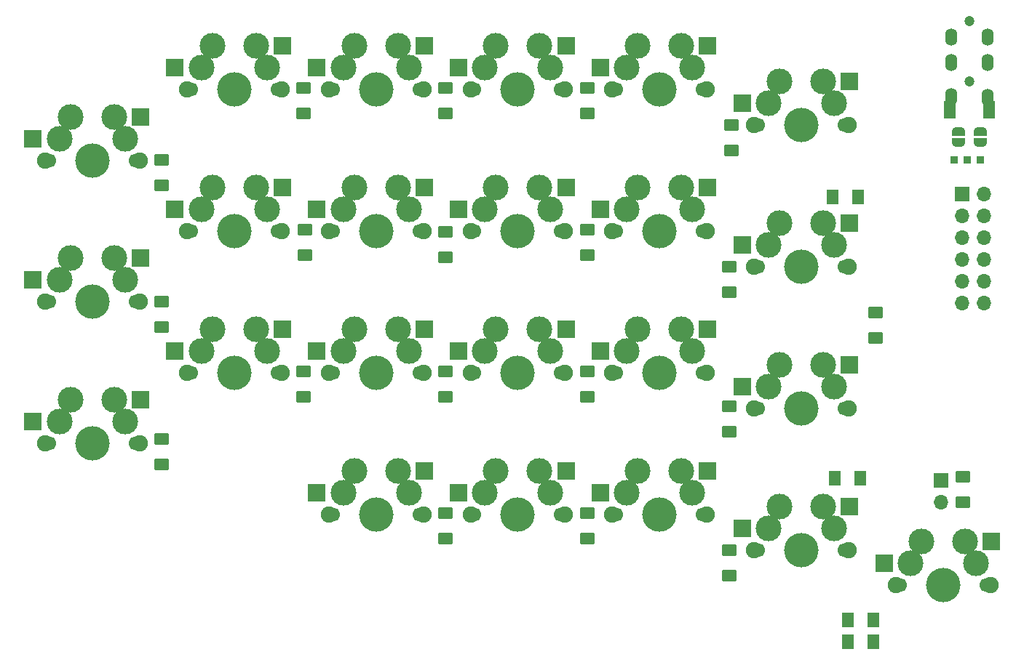
<source format=gbs>
G04 #@! TF.GenerationSoftware,KiCad,Pcbnew,7.0.10*
G04 #@! TF.CreationDate,2024-06-23T16:27:36+09:00*
G04 #@! TF.ProjectId,sss,7373732e-6b69-4636-9164-5f7063625858,rev?*
G04 #@! TF.SameCoordinates,Original*
G04 #@! TF.FileFunction,Soldermask,Bot*
G04 #@! TF.FilePolarity,Negative*
%FSLAX46Y46*%
G04 Gerber Fmt 4.6, Leading zero omitted, Abs format (unit mm)*
G04 Created by KiCad (PCBNEW 7.0.10) date 2024-06-23 16:27:36*
%MOMM*%
%LPD*%
G01*
G04 APERTURE LIST*
G04 Aperture macros list*
%AMRoundRect*
0 Rectangle with rounded corners*
0 $1 Rounding radius*
0 $2 $3 $4 $5 $6 $7 $8 $9 X,Y pos of 4 corners*
0 Add a 4 corners polygon primitive as box body*
4,1,4,$2,$3,$4,$5,$6,$7,$8,$9,$2,$3,0*
0 Add four circle primitives for the rounded corners*
1,1,$1+$1,$2,$3*
1,1,$1+$1,$4,$5*
1,1,$1+$1,$6,$7*
1,1,$1+$1,$8,$9*
0 Add four rect primitives between the rounded corners*
20,1,$1+$1,$2,$3,$4,$5,0*
20,1,$1+$1,$4,$5,$6,$7,0*
20,1,$1+$1,$6,$7,$8,$9,0*
20,1,$1+$1,$8,$9,$2,$3,0*%
%AMFreePoly0*
4,1,19,0.500000,-0.750000,0.000000,-0.750000,0.000000,-0.744911,-0.071157,-0.744911,-0.207708,-0.704816,-0.327430,-0.627875,-0.420627,-0.520320,-0.479746,-0.390866,-0.500000,-0.250000,-0.500000,0.250000,-0.479746,0.390866,-0.420627,0.520320,-0.327430,0.627875,-0.207708,0.704816,-0.071157,0.744911,0.000000,0.744911,0.000000,0.750000,0.500000,0.750000,0.500000,-0.750000,0.500000,-0.750000,
$1*%
%AMFreePoly1*
4,1,19,0.000000,0.744911,0.071157,0.744911,0.207708,0.704816,0.327430,0.627875,0.420627,0.520320,0.479746,0.390866,0.500000,0.250000,0.500000,-0.250000,0.479746,-0.390866,0.420627,-0.520320,0.327430,-0.627875,0.207708,-0.704816,0.071157,-0.744911,0.000000,-0.744911,0.000000,-0.750000,-0.500000,-0.750000,-0.500000,0.750000,0.000000,0.750000,0.000000,0.744911,0.000000,0.744911,
$1*%
G04 Aperture macros list end*
%ADD10R,1.700000X1.700000*%
%ADD11O,1.700000X1.700000*%
%ADD12C,1.900000*%
%ADD13C,1.700000*%
%ADD14C,3.000000*%
%ADD15C,4.000000*%
%ADD16R,2.000000X2.000000*%
%ADD17RoundRect,0.250001X-0.624999X0.462499X-0.624999X-0.462499X0.624999X-0.462499X0.624999X0.462499X0*%
%ADD18RoundRect,0.250001X0.462499X0.624999X-0.462499X0.624999X-0.462499X-0.624999X0.462499X-0.624999X0*%
%ADD19C,1.200000*%
%ADD20O,1.400000X2.000000*%
%ADD21R,1.400000X2.000000*%
%ADD22R,0.850000X0.850000*%
%ADD23RoundRect,0.250001X0.624999X-0.462499X0.624999X0.462499X-0.624999X0.462499X-0.624999X-0.462499X0*%
%ADD24FreePoly0,270.000000*%
%ADD25FreePoly1,270.000000*%
G04 APERTURE END LIST*
D10*
X133096000Y-79497000D03*
D11*
X133096000Y-82037000D03*
D10*
X135540000Y-46190000D03*
D11*
X138080000Y-46190000D03*
X135540000Y-48730000D03*
X138080000Y-48730000D03*
X135540000Y-51270000D03*
X138080000Y-51270000D03*
X135540000Y-53810000D03*
X138080000Y-53810000D03*
X135540000Y-56350000D03*
X138080000Y-56350000D03*
X135540000Y-58890000D03*
X138080000Y-58890000D03*
D12*
X127840000Y-91725000D03*
D13*
X128260000Y-91725000D03*
D14*
X129530000Y-89185000D03*
X130800000Y-86645000D03*
D15*
X133340000Y-91725000D03*
D14*
X135880000Y-86645000D03*
X137150000Y-89185000D03*
D13*
X138420000Y-91725000D03*
D12*
X138840000Y-91725000D03*
D16*
X126440000Y-89185000D03*
X138940000Y-86645000D03*
D12*
X45340000Y-66975000D03*
D13*
X45760000Y-66975000D03*
D14*
X47030000Y-64435000D03*
X48300000Y-61895000D03*
D15*
X50840000Y-66975000D03*
D14*
X53380000Y-61895000D03*
X54650000Y-64435000D03*
D13*
X55920000Y-66975000D03*
D12*
X56340000Y-66975000D03*
D16*
X43940000Y-64435000D03*
X56440000Y-61895000D03*
D12*
X111340000Y-54610000D03*
D13*
X111760000Y-54610000D03*
D14*
X113030000Y-52070000D03*
X114300000Y-49530000D03*
D15*
X116840000Y-54610000D03*
D14*
X119380000Y-49530000D03*
X120650000Y-52070000D03*
D13*
X121920000Y-54610000D03*
D12*
X122340000Y-54610000D03*
D16*
X109940000Y-52070000D03*
X122440000Y-49530000D03*
D12*
X61840000Y-33975000D03*
D13*
X62260000Y-33975000D03*
D14*
X63530000Y-31435000D03*
X64800000Y-28895000D03*
D15*
X67340000Y-33975000D03*
D14*
X69880000Y-28895000D03*
X71150000Y-31435000D03*
D13*
X72420000Y-33975000D03*
D12*
X72840000Y-33975000D03*
D16*
X60440000Y-31435000D03*
X72940000Y-28895000D03*
D12*
X78340000Y-33975000D03*
D13*
X78760000Y-33975000D03*
D14*
X80030000Y-31435000D03*
X81300000Y-28895000D03*
D15*
X83840000Y-33975000D03*
D14*
X86380000Y-28895000D03*
X87650000Y-31435000D03*
D13*
X88920000Y-33975000D03*
D12*
X89340000Y-33975000D03*
D16*
X76940000Y-31435000D03*
X89440000Y-28895000D03*
D12*
X61840000Y-66975000D03*
D13*
X62260000Y-66975000D03*
D14*
X63530000Y-64435000D03*
X64800000Y-61895000D03*
D15*
X67340000Y-66975000D03*
D14*
X69880000Y-61895000D03*
X71150000Y-64435000D03*
D13*
X72420000Y-66975000D03*
D12*
X72840000Y-66975000D03*
D16*
X60440000Y-64435000D03*
X72940000Y-61895000D03*
D12*
X111340000Y-87600000D03*
D13*
X111760000Y-87600000D03*
D14*
X113030000Y-85060000D03*
X114300000Y-82520000D03*
D15*
X116840000Y-87600000D03*
D14*
X119380000Y-82520000D03*
X120650000Y-85060000D03*
D13*
X121920000Y-87600000D03*
D12*
X122340000Y-87600000D03*
D16*
X109940000Y-85060000D03*
X122440000Y-82520000D03*
D12*
X61840000Y-50475000D03*
D13*
X62260000Y-50475000D03*
D14*
X63530000Y-47935000D03*
X64800000Y-45395000D03*
D15*
X67340000Y-50475000D03*
D14*
X69880000Y-45395000D03*
X71150000Y-47935000D03*
D13*
X72420000Y-50475000D03*
D12*
X72840000Y-50475000D03*
D16*
X60440000Y-47935000D03*
X72940000Y-45395000D03*
D12*
X94840000Y-66975000D03*
D13*
X95260000Y-66975000D03*
D14*
X96530000Y-64435000D03*
X97800000Y-61895000D03*
D15*
X100340000Y-66975000D03*
D14*
X102880000Y-61895000D03*
X104150000Y-64435000D03*
D13*
X105420000Y-66975000D03*
D12*
X105840000Y-66975000D03*
D16*
X93440000Y-64435000D03*
X105940000Y-61895000D03*
D12*
X111340000Y-71100000D03*
D13*
X111760000Y-71100000D03*
D14*
X113030000Y-68560000D03*
X114300000Y-66020000D03*
D15*
X116840000Y-71100000D03*
D14*
X119380000Y-66020000D03*
X120650000Y-68560000D03*
D13*
X121920000Y-71100000D03*
D12*
X122340000Y-71100000D03*
D16*
X109940000Y-68560000D03*
X122440000Y-66020000D03*
D12*
X111340000Y-38100000D03*
D13*
X111760000Y-38100000D03*
D14*
X113030000Y-35560000D03*
X114300000Y-33020000D03*
D15*
X116840000Y-38100000D03*
D14*
X119380000Y-33020000D03*
X120650000Y-35560000D03*
D13*
X121920000Y-38100000D03*
D12*
X122340000Y-38100000D03*
D16*
X109940000Y-35560000D03*
X122440000Y-33020000D03*
D12*
X45340000Y-50475000D03*
D13*
X45760000Y-50475000D03*
D14*
X47030000Y-47935000D03*
X48300000Y-45395000D03*
D15*
X50840000Y-50475000D03*
D14*
X53380000Y-45395000D03*
X54650000Y-47935000D03*
D13*
X55920000Y-50475000D03*
D12*
X56340000Y-50475000D03*
D16*
X43940000Y-47935000D03*
X56440000Y-45395000D03*
D12*
X28840000Y-58725000D03*
D13*
X29260000Y-58725000D03*
D14*
X30530000Y-56185000D03*
X31800000Y-53645000D03*
D15*
X34340000Y-58725000D03*
D14*
X36880000Y-53645000D03*
X38150000Y-56185000D03*
D13*
X39420000Y-58725000D03*
D12*
X39840000Y-58725000D03*
D16*
X27440000Y-56185000D03*
X39940000Y-53645000D03*
D12*
X94840000Y-50475000D03*
D13*
X95260000Y-50475000D03*
D14*
X96530000Y-47935000D03*
X97800000Y-45395000D03*
D15*
X100340000Y-50475000D03*
D14*
X102880000Y-45395000D03*
X104150000Y-47935000D03*
D13*
X105420000Y-50475000D03*
D12*
X105840000Y-50475000D03*
D16*
X93440000Y-47935000D03*
X105940000Y-45395000D03*
D12*
X94840000Y-83475000D03*
D13*
X95260000Y-83475000D03*
D14*
X96530000Y-80935000D03*
X97800000Y-78395000D03*
D15*
X100340000Y-83475000D03*
D14*
X102880000Y-78395000D03*
X104150000Y-80935000D03*
D13*
X105420000Y-83475000D03*
D12*
X105840000Y-83475000D03*
D16*
X93440000Y-80935000D03*
X105940000Y-78395000D03*
D12*
X78340000Y-83475000D03*
D13*
X78760000Y-83475000D03*
D14*
X80030000Y-80935000D03*
X81300000Y-78395000D03*
D15*
X83840000Y-83475000D03*
D14*
X86380000Y-78395000D03*
X87650000Y-80935000D03*
D13*
X88920000Y-83475000D03*
D12*
X89340000Y-83475000D03*
D16*
X76940000Y-80935000D03*
X89440000Y-78395000D03*
D12*
X45340000Y-33975000D03*
D13*
X45760000Y-33975000D03*
D14*
X47030000Y-31435000D03*
X48300000Y-28895000D03*
D15*
X50840000Y-33975000D03*
D14*
X53380000Y-28895000D03*
X54650000Y-31435000D03*
D13*
X55920000Y-33975000D03*
D12*
X56340000Y-33975000D03*
D16*
X43940000Y-31435000D03*
X56440000Y-28895000D03*
D12*
X94840000Y-33975000D03*
D13*
X95260000Y-33975000D03*
D14*
X96530000Y-31435000D03*
X97800000Y-28895000D03*
D15*
X100340000Y-33975000D03*
D14*
X102880000Y-28895000D03*
X104150000Y-31435000D03*
D13*
X105420000Y-33975000D03*
D12*
X105840000Y-33975000D03*
D16*
X93440000Y-31435000D03*
X105940000Y-28895000D03*
D12*
X28840000Y-75225000D03*
D13*
X29260000Y-75225000D03*
D14*
X30530000Y-72685000D03*
X31800000Y-70145000D03*
D15*
X34340000Y-75225000D03*
D14*
X36880000Y-70145000D03*
X38150000Y-72685000D03*
D13*
X39420000Y-75225000D03*
D12*
X39840000Y-75225000D03*
D16*
X27440000Y-72685000D03*
X39940000Y-70145000D03*
D12*
X28840000Y-42225000D03*
D13*
X29260000Y-42225000D03*
D14*
X30530000Y-39685000D03*
X31800000Y-37145000D03*
D15*
X34340000Y-42225000D03*
D14*
X36880000Y-37145000D03*
X38150000Y-39685000D03*
D13*
X39420000Y-42225000D03*
D12*
X39840000Y-42225000D03*
D16*
X27440000Y-39685000D03*
X39940000Y-37145000D03*
D12*
X78340000Y-66975000D03*
D13*
X78760000Y-66975000D03*
D14*
X80030000Y-64435000D03*
X81300000Y-61895000D03*
D15*
X83840000Y-66975000D03*
D14*
X86380000Y-61895000D03*
X87650000Y-64435000D03*
D13*
X88920000Y-66975000D03*
D12*
X89340000Y-66975000D03*
D16*
X76940000Y-64435000D03*
X89440000Y-61895000D03*
D12*
X78340000Y-50475000D03*
D13*
X78760000Y-50475000D03*
D14*
X80030000Y-47935000D03*
X81300000Y-45395000D03*
D15*
X83840000Y-50475000D03*
D14*
X86380000Y-45395000D03*
X87650000Y-47935000D03*
D13*
X88920000Y-50475000D03*
D12*
X89340000Y-50475000D03*
D16*
X76940000Y-47935000D03*
X89440000Y-45395000D03*
D12*
X61840000Y-83475000D03*
D13*
X62260000Y-83475000D03*
D14*
X63530000Y-80935000D03*
X64800000Y-78395000D03*
D15*
X67340000Y-83475000D03*
D14*
X69880000Y-78395000D03*
X71150000Y-80935000D03*
D13*
X72420000Y-83475000D03*
D12*
X72840000Y-83475000D03*
D16*
X60440000Y-80935000D03*
X72940000Y-78395000D03*
D17*
X91948000Y-36757000D03*
X91948000Y-33782000D03*
X75438000Y-86287000D03*
X75438000Y-83312000D03*
X125476000Y-62919000D03*
X125476000Y-59944000D03*
X91948000Y-69777000D03*
X91948000Y-66802000D03*
X58928000Y-36791000D03*
X58928000Y-33816000D03*
X42418000Y-45139000D03*
X42418000Y-42164000D03*
X75438000Y-36791000D03*
X75438000Y-33816000D03*
D18*
X120469000Y-46482000D03*
X123444000Y-46482000D03*
D17*
X91948000Y-86287000D03*
X91948000Y-83312000D03*
X75438000Y-69777000D03*
X75438000Y-66802000D03*
X59080400Y-53267000D03*
X59080400Y-50292000D03*
D18*
X122213000Y-95758000D03*
X125188000Y-95758000D03*
D19*
X136398000Y-26017220D03*
X136398000Y-26017220D03*
X136398000Y-33020000D03*
X136398000Y-33020000D03*
D20*
X134297760Y-30844880D03*
X138496760Y-30852480D03*
X134297760Y-27844880D03*
X138496760Y-27852480D03*
D21*
X134096760Y-36352480D03*
X138697760Y-36344880D03*
D20*
X134297760Y-34844880D03*
X138496760Y-34852480D03*
D17*
X75438000Y-53521000D03*
X75438000Y-50546000D03*
D18*
X122213000Y-98298000D03*
X125188000Y-98298000D03*
D17*
X108712000Y-41075000D03*
X108712000Y-38100000D03*
X42418000Y-61649000D03*
X42418000Y-58674000D03*
D22*
X137668000Y-42164000D03*
X136144000Y-42164000D03*
D17*
X108458000Y-90639000D03*
X108458000Y-87664000D03*
X42418000Y-77651000D03*
X42418000Y-74676000D03*
X91948000Y-53267000D03*
X91948000Y-50292000D03*
X58928000Y-69777000D03*
X58928000Y-66802000D03*
D23*
X135636000Y-82058800D03*
X135636000Y-79083800D03*
D17*
X108458000Y-57619000D03*
X108458000Y-54644000D03*
D18*
X120689000Y-79248000D03*
X123664000Y-79248000D03*
D22*
X134620000Y-42164000D03*
D17*
X108458000Y-73875000D03*
X108458000Y-70900000D03*
D24*
X137668000Y-38832000D03*
D25*
X137668000Y-40132000D03*
D24*
X135128000Y-38832000D03*
D25*
X135128000Y-40132000D03*
M02*

</source>
